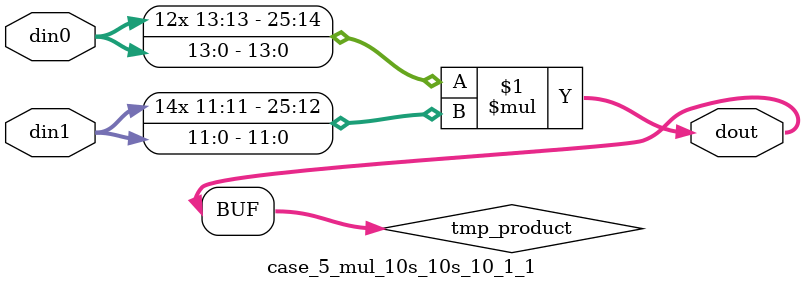
<source format=v>

`timescale 1 ns / 1 ps

 module case_5_mul_10s_10s_10_1_1(din0, din1, dout);
parameter ID = 1;
parameter NUM_STAGE = 0;
parameter din0_WIDTH = 14;
parameter din1_WIDTH = 12;
parameter dout_WIDTH = 26;

input [din0_WIDTH - 1 : 0] din0; 
input [din1_WIDTH - 1 : 0] din1; 
output [dout_WIDTH - 1 : 0] dout;

wire signed [dout_WIDTH - 1 : 0] tmp_product;



























assign tmp_product = $signed(din0) * $signed(din1);








assign dout = tmp_product;





















endmodule

</source>
